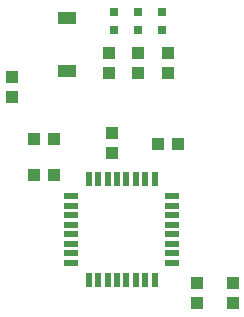
<source format=gbr>
G04 EAGLE Gerber RS-274X export*
G75*
%MOMM*%
%FSLAX34Y34*%
%LPD*%
%INSolderpaste Top*%
%IPPOS*%
%AMOC8*
5,1,8,0,0,1.08239X$1,22.5*%
G01*
%ADD10R,1.100000X1.000000*%
%ADD11R,1.000000X1.100000*%
%ADD12R,0.800000X0.800000*%
%ADD13R,1.600000X1.050000*%
%ADD14R,0.500000X1.200000*%
%ADD15R,1.200000X0.500000*%


D10*
X88500Y230000D03*
X71500Y230000D03*
D11*
X210000Y138500D03*
X210000Y121500D03*
X240000Y138500D03*
X240000Y121500D03*
D10*
X88500Y260000D03*
X71500Y260000D03*
D12*
X140000Y352500D03*
X140000Y367500D03*
X160000Y352500D03*
X160000Y367500D03*
X180000Y352500D03*
X180000Y367500D03*
D11*
X177060Y256250D03*
X194060Y256250D03*
D10*
X53560Y312830D03*
X53560Y295830D03*
X185000Y316500D03*
X185000Y333500D03*
X135000Y316500D03*
X135000Y333500D03*
X160000Y316500D03*
X160000Y333500D03*
X138100Y248250D03*
X138100Y265250D03*
D13*
X99820Y362580D03*
X99820Y318080D03*
D14*
X118160Y141180D03*
X126160Y141180D03*
X134160Y141180D03*
X142160Y141180D03*
X150160Y141180D03*
X158160Y141180D03*
X166160Y141180D03*
X174160Y141180D03*
D15*
X103660Y155680D03*
X103660Y163680D03*
X103660Y171680D03*
X103660Y179680D03*
X103660Y187680D03*
X103660Y195680D03*
X103660Y203680D03*
X103660Y211680D03*
X188660Y155680D03*
X188660Y163680D03*
X188660Y171680D03*
X188660Y179680D03*
X188660Y187680D03*
X188660Y195680D03*
X188660Y203680D03*
X188660Y211680D03*
D14*
X118160Y226180D03*
X126160Y226180D03*
X134160Y226180D03*
X142160Y226180D03*
X150160Y226180D03*
X158160Y226180D03*
X166160Y226180D03*
X174160Y226180D03*
M02*

</source>
